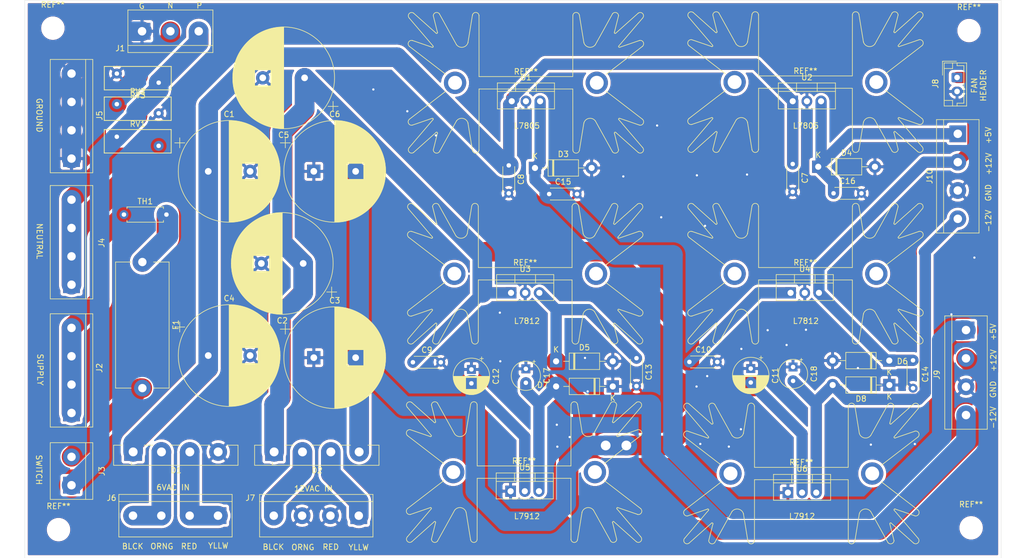
<source format=kicad_pcb>
(kicad_pcb (version 20171130) (host pcbnew "(5.1.10)-1")
  (layers (0 F.Cu signal) (31 B.Cu signal) (34 B.Paste user) (35 F.Paste user) (36 B.SilkS user) (37 F.SilkS user) (38 B.Mask user) (39 F.Mask user) (44 Edge.Cuts user))
  (net 0 "")
  (net 1 GND)
  (net 2 "Net-(C1-Pad1)")
  (net 3 "Net-(C10-Pad1)")
  (net 4 "Net-(C11-Pad2)")
  (net 5 "Net-(C13-Pad1)")
  (net 6 "Net-(C14-Pad1)")
  (net 7 "Net-(C15-Pad1)")
  (net 8 "Net-(C16-Pad1)")
  (net 9 "Net-(C17-Pad2)")
  (net 10 "Net-(C18-Pad2)")
  (net 11 "Net-(D1-Pad2)")
  (net 12 "Net-(D1-Pad3)")
  (net 13 "Net-(D2-Pad3)")
  (net 14 "Net-(D2-Pad2)")
  (net 15 "Net-(F1-Pad1)")
  (net 16 "Net-(F1-Pad2)")
  (net 17 "Net-(J1-Pad2)")
  (net 18 "Net-(J1-Pad3)")
  (net 19 "Net-(J2-Pad1)")
  (module Heatsink:Heatsink_Fischer_SK129-STS_42x25mm_2xDrill2.5mm (layer F.Cu) (at 109.48924 104.57942)
    (fp_text reference REF** (at 0 -2) (layer F.SilkS))
    (fp_text value Heatsink_Fischer_SK129-STS_42x25mm_2xDrill2.5mm)
    (pad 1 thru_hole circle (at 12.7 0) (size 4 4) (drill 2.5) (layers *.Cu *.Mask))
    (pad 1 thru_hole circle (at -12.7 0 180) (size 4 4) (drill 2.5) (layers *.Cu *.Mask))
  )
  (module TerminalBlock:TerminalBlock_bornier-4_P5.08mm (layer F.Cu) (at 79.8576 112.395 180)
    (fp_text reference J7 (at 19.44116 3.18516) (layer F.SilkS))
    (fp_text value "12V AC")
    (pad 2 thru_hole circle (at 5.08 0 180) (size 3 3) (drill 1.52) (layers *.Cu *.Mask) (net 1 GND))
    (pad 3 thru_hole circle (at 10.16 0 180) (size 3 3) (drill 1.52) (layers *.Cu *.Mask) (net 1 GND))
    (pad 1 thru_hole rect (at 0 0 180) (size 3 3) (drill 1.52) (layers *.Cu *.Mask) (net 13 "Net-(D2-Pad3)"))
    (pad 4 thru_hole circle (at 15.24 0 180) (size 3 3) (drill 1.52) (layers *.Cu *.Mask) (net 14 "Net-(D2-Pad2)"))
  )
  (module MountingHole:MountingHole_3.2mm_M3 (layer F.Cu) (at 189.2554 25.43048)
    (fp_text reference REF** (at 0 -4.2) (layer F.SilkS))
    (fp_text value MountingHole_3.2mm_M3)
    (pad 1 np_thru_hole circle (at 0 0) (size 3.2 3.2) (drill 3.2) (layers *.Cu *.Mask))
  )
  (module MountingHole:MountingHole_3.2mm_M3 (layer F.Cu) (at 189.63132 114.56924)
    (fp_text reference REF** (at 0 -4.2) (layer F.SilkS))
    (fp_text value MountingHole_3.2mm_M3)
    (pad 1 np_thru_hole circle (at 0 0) (size 3.2 3.2) (drill 3.2) (layers *.Cu *.Mask))
  )
  (module MountingHole:MountingHole_3.2mm_M3 (layer F.Cu) (at 26.035 114.89436)
    (fp_text reference REF** (at 0 -4.2) (layer F.SilkS))
    (fp_text value MountingHole_3.2mm_M3)
    (pad 1 np_thru_hole circle (at 0 0) (size 3.2 3.2) (drill 3.2) (layers *.Cu *.Mask))
  )
  (module MountingHole:MountingHole_3.2mm_M3 (layer F.Cu) (at 25.02408 24.99868)
    (fp_text reference REF** (at 0 -4.2) (layer F.SilkS))
    (fp_text value MountingHole_3.2mm_M3)
    (pad 1 np_thru_hole circle (at 0 0) (size 3.2 3.2) (drill 3.2) (layers *.Cu *.Mask))
  )
  (module Heatsink:Heatsink_Fischer_SK129-STS_42x25mm_2xDrill2.5mm (layer F.Cu) (at 159.19704 104.83342)
    (fp_text reference REF** (at 0 -2) (layer F.SilkS))
    (fp_text value Heatsink_Fischer_SK129-STS_42x25mm_2xDrill2.5mm)
    (pad 1 thru_hole circle (at -12.7 0 180) (size 4 4) (drill 2.5) (layers *.Cu *.Mask))
    (pad 1 thru_hole circle (at 12.7 0) (size 4 4) (drill 2.5) (layers *.Cu *.Mask))
  )
  (module Heatsink:Heatsink_Fischer_SK129-STS_42x25mm_2xDrill2.5mm (layer F.Cu) (at 159.93364 69.01942)
    (fp_text reference REF** (at 0 -2) (layer F.SilkS))
    (fp_text value Heatsink_Fischer_SK129-STS_42x25mm_2xDrill2.5mm)
    (pad 1 thru_hole circle (at 12.7 0) (size 4 4) (drill 2.5) (layers *.Cu *.Mask))
    (pad 1 thru_hole circle (at -12.7 0 180) (size 4 4) (drill 2.5) (layers *.Cu *.Mask))
  )
  (module Heatsink:Heatsink_Fischer_SK129-STS_42x25mm_2xDrill2.5mm (layer F.Cu) (at 109.69244 69.01942)
    (fp_text reference REF** (at 0 -2) (layer F.SilkS))
    (fp_text value Heatsink_Fischer_SK129-STS_42x25mm_2xDrill2.5mm)
    (pad 1 thru_hole circle (at -12.7 0 180) (size 4 4) (drill 2.5) (layers *.Cu *.Mask))
    (pad 1 thru_hole circle (at 12.7 0) (size 4 4) (drill 2.5) (layers *.Cu *.Mask))
  )
  (module Heatsink:Heatsink_Fischer_SK129-STS_42x25mm_2xDrill2.5mm (layer F.Cu) (at 159.93364 34.66592)
    (fp_text reference REF** (at 0 -2) (layer F.SilkS))
    (fp_text value Heatsink_Fischer_SK129-STS_42x25mm_2xDrill2.5mm)
    (pad 1 thru_hole circle (at 12.7 0) (size 4 4) (drill 2.5) (layers *.Cu *.Mask))
    (pad 1 thru_hole circle (at -12.7 0 180) (size 4 4) (drill 2.5) (layers *.Cu *.Mask))
  )
  (module Heatsink:Heatsink_Fischer_SK129-STS_42x25mm_2xDrill2.5mm (layer F.Cu) (at 109.81944 34.79292)
    (fp_text reference REF** (at 0 -2) (layer F.SilkS))
    (fp_text value Heatsink_Fischer_SK129-STS_42x25mm_2xDrill2.5mm)
    (pad 1 thru_hole circle (at -12.7 0 180) (size 4 4) (drill 2.5) (layers *.Cu *.Mask))
    (pad 1 thru_hole circle (at 12.7 0) (size 4 4) (drill 2.5) (layers *.Cu *.Mask))
  )
  (module Capacitor_THT:CP_Radial_D18.0mm_P7.50mm (layer F.Cu) (at 52.87264 50.66792)
    (fp_text reference C1 (at 3.75 -10.25) (layer F.SilkS))
    (fp_text value 10000uf)
    (pad 2 thru_hole circle (at 7.5 0) (size 2.4 2.4) (drill 1.2) (layers *.Cu *.Mask) (net 1 GND))
    (pad 1 thru_hole rect (at 0 0) (size 2.4 2.4) (drill 1.2) (layers *.Cu *.Mask) (net 2 "Net-(C1-Pad1)"))
  )
  (module Capacitor_THT:CP_Radial_D18.0mm_P7.50mm (layer F.Cu) (at 69.89064 67.17792 180)
    (fp_text reference C2 (at 3.75 -10.25) (layer F.SilkS))
    (fp_text value 10000uf)
    (pad 2 thru_hole circle (at 7.5 0 180) (size 2.4 2.4) (drill 1.2) (layers *.Cu *.Mask) (net 1 GND))
    (pad 1 thru_hole rect (at 0 0 180) (size 2.4 2.4) (drill 1.2) (layers *.Cu *.Mask) (net 3 "Net-(C10-Pad1)"))
  )
  (module Capacitor_THT:CP_Radial_D18.0mm_P7.50mm (layer F.Cu) (at 71.79564 84.06892)
    (fp_text reference C3 (at 3.75 -10.25) (layer F.SilkS))
    (fp_text value 10000uf)
    (pad 2 thru_hole circle (at 7.5 0) (size 2.4 2.4) (drill 1.2) (layers *.Cu *.Mask) (net 4 "Net-(C11-Pad2)"))
    (pad 1 thru_hole rect (at 0 0) (size 2.4 2.4) (drill 1.2) (layers *.Cu *.Mask) (net 1 GND))
  )
  (module Capacitor_THT:CP_Radial_D18.0mm_P7.50mm (layer F.Cu) (at 52.87264 83.68792)
    (fp_text reference C4 (at 3.75 -10.25) (layer F.SilkS))
    (fp_text value 10000uf)
    (pad 1 thru_hole rect (at 0 0) (size 2.4 2.4) (drill 1.2) (layers *.Cu *.Mask) (net 2 "Net-(C1-Pad1)"))
    (pad 2 thru_hole circle (at 7.5 0) (size 2.4 2.4) (drill 1.2) (layers *.Cu *.Mask) (net 1 GND))
  )
  (module Capacitor_THT:CP_Radial_D18.0mm_P7.50mm (layer F.Cu) (at 70.14464 33.90392 180)
    (fp_text reference C5 (at 3.75 -10.25) (layer F.SilkS))
    (fp_text value 10000uf)
    (pad 1 thru_hole rect (at 0 0 180) (size 2.4 2.4) (drill 1.2) (layers *.Cu *.Mask) (net 3 "Net-(C10-Pad1)"))
    (pad 2 thru_hole circle (at 7.5 0 180) (size 2.4 2.4) (drill 1.2) (layers *.Cu *.Mask) (net 1 GND))
  )
  (module Capacitor_THT:CP_Radial_D18.0mm_P7.50mm (layer F.Cu) (at 71.79564 50.66792)
    (fp_text reference C6 (at 3.75 -10.25) (layer F.SilkS))
    (fp_text value 10000uf)
    (pad 1 thru_hole rect (at 0 0) (size 2.4 2.4) (drill 1.2) (layers *.Cu *.Mask) (net 1 GND))
    (pad 2 thru_hole circle (at 7.5 0) (size 2.4 2.4) (drill 1.2) (layers *.Cu *.Mask) (net 4 "Net-(C11-Pad2)"))
  )
  (module Capacitor_THT:C_Disc_D4.3mm_W1.9mm_P5.00mm (layer F.Cu) (at 157.64764 49.35092 270)
    (fp_text reference C7 (at 2.5 -2.2 90) (layer F.SilkS))
    (fp_text value .33uf)
    (pad 2 thru_hole circle (at 5 0 270) (size 1.6 1.6) (drill 0.8) (layers *.Cu *.Mask) (net 1 GND))
    (pad 1 thru_hole circle (at 0 0 270) (size 1.6 1.6) (drill 0.8) (layers *.Cu *.Mask) (net 2 "Net-(C1-Pad1)"))
  )
  (module Capacitor_THT:C_Disc_D4.3mm_W1.9mm_P5.00mm (layer F.Cu) (at 106.74604 49.60112 270)
    (fp_text reference C8 (at 2.5 -2.2 90) (layer F.SilkS))
    (fp_text value .33uf)
    (pad 2 thru_hole circle (at 5 0 270) (size 1.6 1.6) (drill 0.8) (layers *.Cu *.Mask) (net 1 GND))
    (pad 1 thru_hole circle (at 0 0 270) (size 1.6 1.6) (drill 0.8) (layers *.Cu *.Mask) (net 2 "Net-(C1-Pad1)"))
  )
  (module Capacitor_THT:C_Disc_D4.3mm_W1.9mm_P5.00mm (layer F.Cu) (at 89.55912 84.89188)
    (fp_text reference C9 (at 2.5 -2.2) (layer F.SilkS))
    (fp_text value .33uf)
    (pad 1 thru_hole circle (at 0 0) (size 1.6 1.6) (drill 0.8) (layers *.Cu *.Mask) (net 3 "Net-(C10-Pad1)"))
    (pad 2 thru_hole circle (at 5 0) (size 1.6 1.6) (drill 0.8) (layers *.Cu *.Mask) (net 1 GND))
  )
  (module Capacitor_THT:C_Disc_D4.3mm_W1.9mm_P5.00mm (layer F.Cu) (at 139.12468 84.83346)
    (fp_text reference C10 (at 2.5 -2.2) (layer F.SilkS))
    (fp_text value .33uf)
    (pad 1 thru_hole circle (at 0 0) (size 1.6 1.6) (drill 0.8) (layers *.Cu *.Mask) (net 3 "Net-(C10-Pad1)"))
    (pad 2 thru_hole circle (at 5 0) (size 1.6 1.6) (drill 0.8) (layers *.Cu *.Mask) (net 1 GND))
  )
  (module Capacitor_THT:CP_Radial_D6.3mm_P2.50mm (layer F.Cu) (at 150.12416 86.01964 270)
    (fp_text reference C11 (at 1.25 -4.4 90) (layer F.SilkS))
    (fp_text value 2.2uf)
    (pad 1 thru_hole rect (at 0 0 270) (size 1.6 1.6) (drill 0.8) (layers *.Cu *.Mask) (net 1 GND))
    (pad 2 thru_hole circle (at 2.5 0 270) (size 1.6 1.6) (drill 0.8) (layers *.Cu *.Mask) (net 4 "Net-(C11-Pad2)"))
  )
  (module Capacitor_THT:CP_Radial_D6.3mm_P2.50mm (layer F.Cu) (at 100.04552 86.17204 270)
    (fp_text reference C12 (at 1.25 -4.4 90) (layer F.SilkS))
    (fp_text value 2.2uf)
    (pad 2 thru_hole circle (at 2.5 0 270) (size 1.6 1.6) (drill 0.8) (layers *.Cu *.Mask) (net 4 "Net-(C11-Pad2)"))
    (pad 1 thru_hole rect (at 0 0 270) (size 1.6 1.6) (drill 0.8) (layers *.Cu *.Mask) (net 1 GND))
  )
  (module Capacitor_THT:C_Disc_D4.3mm_W1.9mm_P5.00mm (layer F.Cu) (at 129.64414 84.16162 270)
    (fp_text reference C13 (at 2.5 -2.2 90) (layer F.SilkS))
    (fp_text value .1uf)
    (pad 2 thru_hole circle (at 5 0 270) (size 1.6 1.6) (drill 0.8) (layers *.Cu *.Mask) (net 1 GND))
    (pad 1 thru_hole circle (at 0 0 270) (size 1.6 1.6) (drill 0.8) (layers *.Cu *.Mask) (net 5 "Net-(C13-Pad1)"))
  )
  (module Capacitor_THT:C_Disc_D4.3mm_W1.9mm_P5.00mm (layer F.Cu) (at 179.21224 84.54262 270)
    (fp_text reference C14 (at 2.5 -2.2 90) (layer F.SilkS))
    (fp_text value .1uf)
    (pad 2 thru_hole circle (at 5 0 270) (size 1.6 1.6) (drill 0.8) (layers *.Cu *.Mask) (net 1 GND))
    (pad 1 thru_hole circle (at 0 0 270) (size 1.6 1.6) (drill 0.8) (layers *.Cu *.Mask) (net 6 "Net-(C14-Pad1)"))
  )
  (module Capacitor_THT:C_Disc_D4.3mm_W1.9mm_P5.00mm (layer F.Cu) (at 113.98884 54.73192)
    (fp_text reference C15 (at 2.5 -2.2) (layer F.SilkS))
    (fp_text value .1uf)
    (pad 1 thru_hole circle (at 0 0) (size 1.6 1.6) (drill 0.8) (layers *.Cu *.Mask) (net 7 "Net-(C15-Pad1)"))
    (pad 2 thru_hole circle (at 5 0) (size 1.6 1.6) (drill 0.8) (layers *.Cu *.Mask) (net 1 GND))
  )
  (module Capacitor_THT:C_Disc_D4.3mm_W1.9mm_P5.00mm (layer F.Cu) (at 164.96664 54.60492)
    (fp_text reference C16 (at 2.5 -2.2) (layer F.SilkS))
    (fp_text value .1uf)
    (pad 1 thru_hole circle (at 0 0) (size 1.6 1.6) (drill 0.8) (layers *.Cu *.Mask) (net 8 "Net-(C16-Pad1)"))
    (pad 2 thru_hole circle (at 5 0) (size 1.6 1.6) (drill 0.8) (layers *.Cu *.Mask) (net 1 GND))
  )
  (module Capacitor_THT:CP_Radial_Tantal_D5.0mm_P2.50mm (layer F.Cu) (at 109.80928 86.06536 270)
    (fp_text reference C17 (at 1.25 -3.75 90) (layer F.SilkS))
    (fp_text value 1uf)
    (pad 1 thru_hole rect (at 0 0 270) (size 1.6 1.6) (drill 0.8) (layers *.Cu *.Mask) (net 1 GND))
    (pad 2 thru_hole circle (at 2.5 0 270) (size 1.6 1.6) (drill 0.8) (layers *.Cu *.Mask) (net 9 "Net-(C17-Pad2)"))
  )
  (module Capacitor_THT:CP_Radial_Tantal_D5.0mm_P2.50mm (layer F.Cu) (at 157.7086 85.73516 270)
    (fp_text reference C18 (at 1.25 -3.75 90) (layer F.SilkS))
    (fp_text value 1uf)
    (pad 2 thru_hole circle (at 2.5 0 270) (size 1.6 1.6) (drill 0.8) (layers *.Cu *.Mask) (net 10 "Net-(C18-Pad2)"))
    (pad 1 thru_hole rect (at 0 0 270) (size 1.6 1.6) (drill 0.8) (layers *.Cu *.Mask) (net 1 GND))
  )
  (module Diode_THT:Diode_Bridge_Vishay_GBU (layer F.Cu) (at 39.41064 100.95992)
    (fp_text reference D1 (at 7.7 3.3 180) (layer F.SilkS))
    (fp_text value GBU8A)
    (pad 1 thru_hole rect (at 0 0) (size 3.2 3.2) (drill 1.6) (layers *.Cu *.Mask) (net 2 "Net-(C1-Pad1)"))
    (pad 2 thru_hole circle (at 5.08 0) (size 3.2 3.2) (drill 1.6) (layers *.Cu *.Mask) (net 11 "Net-(D1-Pad2)"))
    (pad 3 thru_hole circle (at 10.16 0) (size 3.2 3.2) (drill 1.6) (layers *.Cu *.Mask) (net 12 "Net-(D1-Pad3)"))
    (pad 4 thru_hole circle (at 15.24 0) (size 3.2 3.2) (drill 1.6) (layers *.Cu *.Mask) (net 1 GND))
  )
  (module Diode_THT:Diode_Bridge_Vishay_GBU (layer F.Cu) (at 64.68364 100.95992)
    (fp_text reference D2 (at 7.7 3.3 180) (layer F.SilkS))
    (fp_text value GBU8A)
    (pad 4 thru_hole circle (at 15.24 0) (size 3.2 3.2) (drill 1.6) (layers *.Cu *.Mask) (net 4 "Net-(C11-Pad2)"))
    (pad 3 thru_hole circle (at 10.16 0) (size 3.2 3.2) (drill 1.6) (layers *.Cu *.Mask) (net 13 "Net-(D2-Pad3)"))
    (pad 2 thru_hole circle (at 5.08 0) (size 3.2 3.2) (drill 1.6) (layers *.Cu *.Mask) (net 14 "Net-(D2-Pad2)"))
    (pad 1 thru_hole rect (at 0 0) (size 3.2 3.2) (drill 1.6) (layers *.Cu *.Mask) (net 3 "Net-(C10-Pad1)"))
  )
  (module Diode_THT:D_DO-41_SOD81_P10.16mm_Horizontal (layer F.Cu) (at 111.44504 50.05832)
    (fp_text reference D3 (at 5.08 -2.47) (layer F.SilkS))
    (fp_text value 1N4001)
    (fp_text user K (at 0 -2.1) (layer F.SilkS))
    (pad 1 thru_hole rect (at 0 0) (size 2.2 2.2) (drill 1.1) (layers *.Cu *.Mask) (net 7 "Net-(C15-Pad1)"))
    (pad 2 thru_hole oval (at 10.16 0) (size 2.2 2.2) (drill 1.1) (layers *.Cu *.Mask) (net 1 GND))
  )
  (module Diode_THT:D_DO-41_SOD81_P10.16mm_Horizontal (layer F.Cu) (at 162.21964 49.84242)
    (fp_text reference D4 (at 5.08 -2.47) (layer F.SilkS))
    (fp_text value 1N4001)
    (fp_text user K (at 0 -2.1) (layer F.SilkS))
    (pad 2 thru_hole oval (at 10.16 0) (size 2.2 2.2) (drill 1.1) (layers *.Cu *.Mask) (net 1 GND))
    (pad 1 thru_hole rect (at 0 0) (size 2.2 2.2) (drill 1.1) (layers *.Cu *.Mask) (net 8 "Net-(C16-Pad1)"))
  )
  (module Diode_THT:D_DO-41_SOD81_P10.16mm_Horizontal (layer F.Cu) (at 115.22964 84.71662)
    (fp_text reference D5 (at 5.08 -2.47) (layer F.SilkS))
    (fp_text value 1N4001)
    (fp_text user K (at 0 -2.1) (layer F.SilkS))
    (pad 2 thru_hole oval (at 10.16 0) (size 2.2 2.2) (drill 1.1) (layers *.Cu *.Mask) (net 1 GND))
    (pad 1 thru_hole rect (at 0 0) (size 2.2 2.2) (drill 1.1) (layers *.Cu *.Mask) (net 5 "Net-(C13-Pad1)"))
  )
  (module Diode_THT:D_DO-41_SOD81_P10.16mm_Horizontal (layer F.Cu) (at 174.95774 84.58962 180)
    (fp_text reference D6 (at -2.3495 -0.127) (layer F.SilkS))
    (fp_text value 1N4001)
    (fp_text user K (at 0 -2.1) (layer F.SilkS))
    (pad 1 thru_hole rect (at 0 0 180) (size 2.2 2.2) (drill 1.1) (layers *.Cu *.Mask) (net 6 "Net-(C14-Pad1)"))
    (pad 2 thru_hole oval (at 10.16 0 180) (size 2.2 2.2) (drill 1.1) (layers *.Cu *.Mask) (net 1 GND))
  )
  (module Diode_THT:D_DO-41_SOD81_P10.16mm_Horizontal (layer F.Cu) (at 125.38964 89.22512 180)
    (fp_text reference D7 (at 12.573 0.254) (layer F.SilkS))
    (fp_text value 1N4001)
    (fp_text user K (at 0 -2.1) (layer F.SilkS))
    (pad 2 thru_hole oval (at 10.16 0 180) (size 2.2 2.2) (drill 1.1) (layers *.Cu *.Mask) (net 9 "Net-(C17-Pad2)"))
    (pad 1 thru_hole rect (at 0 0 180) (size 2.2 2.2) (drill 1.1) (layers *.Cu *.Mask) (net 1 GND))
  )
  (module Diode_THT:D_DO-41_SOD81_P10.16mm_Horizontal (layer F.Cu) (at 174.97044 88.97112 180)
    (fp_text reference D8 (at 5.08 -2.47) (layer F.SilkS))
    (fp_text value 1N4001)
    (fp_text user K (at 0 -2.1) (layer F.SilkS))
    (pad 1 thru_hole rect (at 0 0 180) (size 2.2 2.2) (drill 1.1) (layers *.Cu *.Mask) (net 1 GND))
    (pad 2 thru_hole oval (at 10.16 0 180) (size 2.2 2.2) (drill 1.1) (layers *.Cu *.Mask) (net 10 "Net-(C18-Pad2)"))
  )
  (module Fuse:Fuseholder_Cylinder-5x20mm_Stelvio-Kontek_PTF78_Horizontal_Open (layer F.Cu) (at 41.06164 66.92392 270)
    (fp_text reference F1 (at 11.25 -6 90) (layer F.SilkS))
    (fp_text value Fuse)
    (pad 1 thru_hole circle (at 0 0 270) (size 3 3) (drill 1.5) (layers *.Cu *.Mask) (net 15 "Net-(F1-Pad1)"))
    (pad 2 thru_hole circle (at 22.6 0 270) (size 3 3) (drill 1.5) (layers *.Cu *.Mask) (net 16 "Net-(F1-Pad2)"))
  )
  (module TerminalBlock:TerminalBlock_bornier-3_P5.08mm (layer F.Cu) (at 41.00576 25.55494)
    (fp_text reference J1 (at -3.90652 3.05562) (layer F.SilkS))
    (fp_text value "120V Input")
    (pad 1 thru_hole rect (at 0 0) (size 3 3) (drill 1.52) (layers *.Cu *.Mask) (net 1 GND))
    (pad 2 thru_hole circle (at 5.08 0) (size 3 3) (drill 1.52) (layers *.Cu *.Mask) (net 17 "Net-(J1-Pad2)"))
    (pad 3 thru_hole circle (at 10.16 0) (size 3 3) (drill 1.52) (layers *.Cu *.Mask) (net 18 "Net-(J1-Pad3)"))
  )
  (module TerminalBlock:TerminalBlock_bornier-4_P5.08mm (layer F.Cu) (at 28.36164 93.97492 90)
    (fp_text reference J2 (at 8.06196 4.99872 270) (layer F.SilkS))
    (fp_text value Supply)
    (pad 2 thru_hole circle (at 5.08 0 90) (size 3 3) (drill 1.52) (layers *.Cu *.Mask) (net 19 "Net-(J2-Pad1)"))
    (pad 3 thru_hole circle (at 10.16 0 90) (size 3 3) (drill 1.52) (layers *.Cu *.Mask) (net 19 "Net-(J2-Pad1)"))
    (pad 1 thru_hole rect (at 0 0 90) (size 3 3) (drill 1.52) (layers *.Cu *.Mask) (net 19 "Net-(J2-Pad1)"))
    (pad 4 thru_hole circle (at 15.24 0 90) (size 3 3) (drill 1.52) (layers *.Cu *.Mask) (net 19 "Net-(J2-Pad1)"))
  )
  (module TerminalBlock:TerminalBlock_bornier-2_P5.08mm (layer F.Cu) (at 28.36164 106.92892 90)
    (fp_text reference J3 (at 2.51968 5.4356 90) (layer F.SilkS))
    (fp_text value switch)
    (pad 1 thru_hole rect (at 0 0 90) (size 3 3) (drill 1.52) (layers *.Cu *.Mask) (net 18 "Net-(J1-Pad3)"))
    (pad 2 thru_hole circle (at 5.08 0 90) (size 3 3) (drill 1.52) (layers *.Cu *.Mask) (net 16 "Net-(F1-Pad2)"))
  )
  (module TerminalBlock:TerminalBlock_bornier-4_P5.08mm (layer F.Cu) (at 28.36164 70.98792 90)
    (fp_text reference J4 (at 7.51332 5.39496 90) (layer F.SilkS))
    (fp_text value Neutral)
    (pad 4 thru_hole circle (at 15.24 0 90) (size 3 3) (drill 1.52) (layers *.Cu *.Mask) (net 17 "Net-(J1-Pad2)"))
    (pad 1 thru_hole rect (at 0 0 90) (size 3 3) (drill 1.52) (layers *.Cu *.Mask) (net 17 "Net-(J1-Pad2)"))
    (pad 3 thru_hole circle (at 10.16 0 90) (size 3 3) (drill 1.52) (layers *.Cu *.Mask) (net 17 "Net-(J1-Pad2)"))
    (pad 2 thru_hole circle (at 5.08 0 90) (size 3 3) (drill 1.52) (layers *.Cu *.Mask) (net 17 "Net-(J1-Pad2)"))
  )
  (module TerminalBlock:TerminalBlock_bornier-4_P5.08mm (layer F.Cu) (at 28.36164 48.38192 90)
    (fp_text reference J5 (at 7.71652 5.01904 90) (layer F.SilkS))
    (fp_text value Ground)
    (pad 2 thru_hole circle (at 5.08 0 90) (size 3 3) (drill 1.52) (layers *.Cu *.Mask) (net 1 GND))
    (pad 3 thru_hole circle (at 10.16 0 90) (size 3 3) (drill 1.52) (layers *.Cu *.Mask) (net 1 GND))
    (pad 1 thru_hole rect (at 0 0 90) (size 3 3) (drill 1.52) (layers *.Cu *.Mask) (net 1 GND))
    (pad 4 thru_hole circle (at 15.24 0 90) (size 3 3) (drill 1.52) (layers *.Cu *.Mask) (net 1 GND))
  )
  (module TerminalBlock:TerminalBlock_bornier-4_P5.08mm (layer F.Cu) (at 54.62016 112.38992 180)
    (fp_text reference J6 (at 19.08556 3.16992) (layer F.SilkS))
    (fp_text value "6V AC")
    (pad 4 thru_hole circle (at 15.24 0 180) (size 3 3) (drill 1.52) (layers *.Cu *.Mask) (net 11 "Net-(D1-Pad2)"))
    (pad 1 thru_hole rect (at 0 0 180) (size 3 3) (drill 1.52) (layers *.Cu *.Mask) (net 12 "Net-(D1-Pad3)"))
    (pad 3 thru_hole circle (at 10.16 0 180) (size 3 3) (drill 1.52) (layers *.Cu *.Mask) (net 11 "Net-(D1-Pad2)"))
    (pad 2 thru_hole circle (at 5.08 0 180) (size 3 3) (drill 1.52) (layers *.Cu *.Mask) (net 12 "Net-(D1-Pad3)"))
  )
  (module Connector_JST:JST_EH_B2B-EH-A_1x02_P2.50mm_Vertical (layer F.Cu) (at 187.11164 33.84042 270)
    (fp_text reference J8 (at 1.11506 3.8862 90) (layer F.SilkS))
    (fp_text value Conn_01x02_Male)
    (pad 1 thru_hole roundrect (at 0 0 270) (size 1.7 2) (drill 1) (layers *.Cu *.Mask) (roundrect_rratio 0.1470588235294118) (net 6 "Net-(C14-Pad1)"))
    (pad 2 thru_hole oval (at 2.5 0 270) (size 1.7 2) (drill 1) (layers *.Cu *.Mask) (net 1 GND))
  )
  (module TerminalBlock:TerminalBlock_bornier-4_P5.08mm (layer F.Cu) (at 188.71184 79.11592 270)
    (fp_text reference J9 (at 8.01624 5.22732 90) (layer F.SilkS))
    (fp_text value "5V AC")
    (pad 2 thru_hole circle (at 5.08 0 270) (size 3 3) (drill 1.52) (layers *.Cu *.Mask) (net 5 "Net-(C13-Pad1)"))
    (pad 3 thru_hole circle (at 10.16 0 270) (size 3 3) (drill 1.52) (layers *.Cu *.Mask) (net 1 GND))
    (pad 1 thru_hole rect (at 0 0 270) (size 3 3) (drill 1.52) (layers *.Cu *.Mask) (net 7 "Net-(C15-Pad1)"))
    (pad 4 thru_hole circle (at 15.24 0 270) (size 3 3) (drill 1.52) (layers *.Cu *.Mask) (net 9 "Net-(C17-Pad2)"))
  )
  (module TerminalBlock:TerminalBlock_bornier-4_P5.08mm (layer F.Cu) (at 187.23864 43.93692 270)
    (fp_text reference J10 (at 7.6454 5.0546 90) (layer F.SilkS))
    (fp_text value "5V AC")
    (pad 4 thru_hole circle (at 15.24 0 270) (size 3 3) (drill 1.52) (layers *.Cu *.Mask) (net 10 "Net-(C18-Pad2)"))
    (pad 1 thru_hole rect (at 0 0 270) (size 3 3) (drill 1.52) (layers *.Cu *.Mask) (net 8 "Net-(C16-Pad1)"))
    (pad 3 thru_hole circle (at 10.16 0 270) (size 3 3) (drill 1.52) (layers *.Cu *.Mask) (net 1 GND))
    (pad 2 thru_hole circle (at 5.08 0 270) (size 3 3) (drill 1.52) (layers *.Cu *.Mask) (net 6 "Net-(C14-Pad1)"))
  )
  (module Varistor:RV_Disc_D12mm_W4.2mm_P7.5mm (layer F.Cu) (at 43.98264 46.09592 180)
    (fp_text reference RV1 (at 3.75 3.91667) (layer F.SilkS))
    (fp_text value Varistor)
    (pad 2 thru_hole circle (at 7.5 1.63333 180) (size 1.8 1.8) (drill 0.8) (layers *.Cu *.Mask) (net 18 "Net-(J1-Pad3)"))
    (pad 1 thru_hole circle (at 0 0 180) (size 1.8 1.8) (drill 0.8) (layers *.Cu *.Mask) (net 17 "Net-(J1-Pad2)"))
  )
  (module Varistor:RV_Disc_D12mm_W4.2mm_P7.5mm (layer F.Cu) (at 43.98264 40.25392 180)
    (fp_text reference RV2 (at 3.75 3.91667) (layer F.SilkS))
    (fp_text value Varistor)
    (pad 1 thru_hole circle (at 0 0 180) (size 1.8 1.8) (drill 0.8) (layers *.Cu *.Mask) (net 1 GND))
    (pad 2 thru_hole circle (at 7.5 1.63333 180) (size 1.8 1.8) (drill 0.8) (layers *.Cu *.Mask) (net 17 "Net-(J1-Pad2)"))
  )
  (module Varistor:RV_Disc_D12mm_W4.2mm_P7.5mm (layer F.Cu) (at 36.48964 33.14192)
    (fp_text reference RV3 (at 3.75 3.91667) (layer F.SilkS))
    (fp_text value Varistor)
    (pad 1 thru_hole circle (at 0 0) (size 1.8 1.8) (drill 0.8) (layers *.Cu *.Mask) (net 1 GND))
    (pad 2 thru_hole circle (at 7.5 1.63333) (size 1.8 1.8) (drill 0.8) (layers *.Cu *.Mask) (net 18 "Net-(J1-Pad3)"))
  )
  (module Resistor_THT:R_Axial_DIN0207_L6.3mm_D2.5mm_P7.62mm_Horizontal (layer F.Cu) (at 37.75964 58.41492)
    (fp_text reference TH1 (at 3.81 -2.37) (layer F.SilkS))
    (fp_text value Thermistor_NTC)
    (pad 1 thru_hole circle (at 0 0) (size 1.6 1.6) (drill 0.8) (layers *.Cu *.Mask) (net 19 "Net-(J2-Pad1)"))
    (pad 2 thru_hole oval (at 7.62 0) (size 1.6 1.6) (drill 0.8) (layers *.Cu *.Mask) (net 15 "Net-(F1-Pad1)"))
  )
  (module Package_TO_SOT_THT:TO-220-3_Vertical (layer F.Cu) (at 107.27944 38.09492)
    (fp_text reference U1 (at 2.54 -4.27) (layer F.SilkS))
    (fp_text value L7805)
    (pad 3 thru_hole oval (at 5.08 0) (size 1.905 2) (drill 1.1) (layers *.Cu *.Mask) (net 7 "Net-(C15-Pad1)"))
    (pad 2 thru_hole oval (at 2.54 0) (size 1.905 2) (drill 1.1) (layers *.Cu *.Mask) (net 1 GND))
    (pad 1 thru_hole rect (at 0 0) (size 1.905 2) (drill 1.1) (layers *.Cu *.Mask) (net 2 "Net-(C1-Pad1)"))
  )
  (module Package_TO_SOT_THT:TO-220-3_Vertical (layer F.Cu) (at 157.64764 38.09492)
    (fp_text reference U2 (at 2.54 -4.27) (layer F.SilkS))
    (fp_text value L7805)
    (pad 3 thru_hole oval (at 5.08 0) (size 1.905 2) (drill 1.1) (layers *.Cu *.Mask) (net 8 "Net-(C16-Pad1)"))
    (pad 2 thru_hole oval (at 2.54 0) (size 1.905 2) (drill 1.1) (layers *.Cu *.Mask) (net 1 GND))
    (pad 1 thru_hole rect (at 0 0) (size 1.905 2) (drill 1.1) (layers *.Cu *.Mask) (net 2 "Net-(C1-Pad1)"))
  )
  (module Package_TO_SOT_THT:TO-220-3_Vertical (layer F.Cu) (at 107.15244 72.44842)
    (fp_text reference U3 (at 2.54 -4.27) (layer F.SilkS))
    (fp_text value L7812)
    (pad 1 thru_hole rect (at 0 0) (size 1.905 2) (drill 1.1) (layers *.Cu *.Mask) (net 3 "Net-(C10-Pad1)"))
    (pad 2 thru_hole oval (at 2.54 0) (size 1.905 2) (drill 1.1) (layers *.Cu *.Mask) (net 1 GND))
    (pad 3 thru_hole oval (at 5.08 0) (size 1.905 2) (drill 1.1) (layers *.Cu *.Mask) (net 5 "Net-(C13-Pad1)"))
  )
  (module Package_TO_SOT_THT:TO-220-3_Vertical (layer F.Cu) (at 157.26664 72.44842)
    (fp_text reference U4 (at 2.54 -4.27) (layer F.SilkS))
    (fp_text value L7812)
    (pad 1 thru_hole rect (at 0 0) (size 1.905 2) (drill 1.1) (layers *.Cu *.Mask) (net 3 "Net-(C10-Pad1)"))
    (pad 2 thru_hole oval (at 2.54 0) (size 1.905 2) (drill 1.1) (layers *.Cu *.Mask) (net 1 GND))
    (pad 3 thru_hole oval (at 5.08 0) (size 1.905 2) (drill 1.1) (layers *.Cu *.Mask) (net 6 "Net-(C14-Pad1)"))
  )
  (module Package_TO_SOT_THT:TO-220-3_Vertical (layer F.Cu) (at 107.07624 108.00842)
    (fp_text reference U5 (at 2.54 -4.27) (layer F.SilkS))
    (fp_text value L7912)
    (pad 3 thru_hole oval (at 5.08 0) (size 1.905 2) (drill 1.1) (layers *.Cu *.Mask) (net 9 "Net-(C17-Pad2)"))
    (pad 2 thru_hole oval (at 2.54 0) (size 1.905 2) (drill 1.1) (layers *.Cu *.Mask) (net 4 "Net-(C11-Pad2)"))
    (pad 1 thru_hole rect (at 0 0) (size 1.905 2) (drill 1.1) (layers *.Cu *.Mask) (net 1 GND))
  )
  (module Package_TO_SOT_THT:TO-220-3_Vertical (layer F.Cu) (at 156.78404 108.26242)
    (fp_text reference U6 (at 2.54 -4.27) (layer F.SilkS))
    (fp_text value L7912)
    (pad 1 thru_hole rect (at 0 0) (size 1.905 2) (drill 1.1) (layers *.Cu *.Mask) (net 1 GND))
    (pad 2 thru_hole oval (at 2.54 0) (size 1.905 2) (drill 1.1) (layers *.Cu *.Mask) (net 4 "Net-(C11-Pad2)"))
    (pad 3 thru_hole oval (at 5.08 0) (size 1.905 2) (drill 1.1) (layers *.Cu *.Mask) (net 10 "Net-(C18-Pad2)"))
  )
  (gr_text L7805 (at 160 42.5) (layer F.SilkS) (effects (font (size 1 1))))
  (gr_text L7805 (at 110 42.5) (layer F.SilkS) (effects (font (size 1 1))))
  (gr_text L7812 (at 160 77.5) (layer F.SilkS) (effects (font (size 1 1))))
  (gr_text L7812 (at 110 77.5) (layer F.SilkS) (effects (font (size 1 1))))
  (gr_text L7912 (at 159.31388 112.5) (layer F.SilkS) (effects (font (size 1 1))))
  (gr_text L7912 (at 110 112.5) (layer F.SilkS) (effects (font (size 1 1))))
  (gr_text "FAN\nHEADER" (at 191.008 35.27552 90) (layer F.SilkS) (effects (font (size 1 1))))
  (gr_text +12V (at 192.77584 49.33188 90) (layer F.SilkS) (effects (font (size 1 1))))
  (gr_text GND (at 192.71996 54.50332 90) (layer F.SilkS) (effects (font (size 1 1))))
  (gr_text -12V (at 192.71996 59.55792 90) (layer F.SilkS) (effects (font (size 1 1))))
  (gr_text +5V (at 192.71996 44.21632 90) (layer F.SilkS) (effects (font (size 1 1))))
  (gr_text +5V (at 193.58356 79.46644 90) (layer F.SilkS) (effects (font (size 1 1))))
  (gr_text GND (at 193.58356 89.75344 90) (layer F.SilkS) (effects (font (size 1 1))))
  (gr_text +12V (at 193.63944 84.582 90) (layer F.SilkS) (effects (font (size 1 1))))
  (gr_text -12V (at 193.58356 94.80804 90) (layer F.SilkS) (effects (font (size 1 1))))
  (gr_text YLLW (at 54.67096 117.76964) (layer F.SilkS) (effects (font (size 1 1))))
  (gr_text RED (at 49.44364 117.88648) (layer F.SilkS) (effects (font (size 1 1))))
  (gr_text ORNG (at 44.55668 117.88648) (layer F.SilkS) (effects (font (size 1 1))))
  (gr_text BLCK (at 39.32936 117.88648) (layer F.SilkS) (effects (font (size 1 1))))
  (gr_text YLLW (at 79.8322 118.0592) (layer F.SilkS) (effects (font (size 1 1))))
  (gr_text ORNG (at 69.83476 118.0592) (layer F.SilkS) (effects (font (size 1 1))))
  (gr_text RED (at 74.83348 118.00332) (layer F.SilkS) (effects (font (size 1 1))))
  (gr_text BLCK (at 64.55156 118.00332) (layer F.SilkS) (effects (font (size 1 1))))
  (gr_text "12VAC IN" (at 71.7296 107.5436) (layer F.SilkS) (effects (font (size 1 1))))
  (gr_text "6VAC IN" (at 46.56836 107.32516) (layer F.SilkS) (effects (font (size 1 1))))
  (gr_text SWITCH (at 22.51456 104.17556 270) (layer F.SilkS) (effects (font (size 1 1))))
  (gr_text GROUND (at 22.58568 40.60952 270) (layer F.SilkS) (effects (font (size 1 1))))
  (gr_text NEUTRAL (at 22.6314 63.1952 270) (layer F.SilkS) (effects (font (size 1 1))))
  (gr_text SUPPLY (at 22.74824 86.2076 270) (layer F.SilkS) (effects (font (size 1 1))))
  (gr_text G (at 40.9448 21.01596) (layer F.SilkS) (effects (font (size 1 1))))
  (gr_text N (at 46.07052 20.94992) (layer F.SilkS) (effects (font (size 1 1))))
  (gr_text P (at 51.26736 20.94992) (layer F.SilkS) (effects (font (size 1 1))))
  (gr_line (start 195 20) (end 195 120) (layer Edge.Cuts) (width 0.05))
  (gr_line (start 195 120) (end 20 120) (layer Edge.Cuts) (width 0.05))
  (gr_line (start 20 20) (end 20 120) (layer Edge.Cuts) (width 0.05))
  (gr_line (start 20 20) (end 195 20) (layer Edge.Cuts) (width 0.05))
  (segment (start 35.94862 25.55494) (end 28.36164 33.14192) (width 3.5) (layer F.Cu) (net 1))
  (segment (start 41.00576 25.55494) (end 35.94862 25.55494) (width 3.5) (layer F.Cu) (net 1))
  (segment (start 28.36164 33.14192) (end 28.36164 48.38192) (width 3.5) (layer F.Cu) (net 1))
  (via (at 88.55964 39.89324) (size 0.8) (drill 0.4) (layers F.Cu B.Cu) (net 1))
  (via (at 93.68028 44.22648) (size 0.8) (drill 0.4) (layers F.Cu B.Cu) (net 1))
  (via (at 82.46872 35.98672) (size 0.8) (drill 0.4) (layers F.Cu B.Cu) (net 1))
  (via (at 127.2794 51.57724) (size 0.8) (drill 0.4) (layers F.Cu B.Cu) (net 1))
  (via (at 140.46708 51.37912) (size 0.8) (drill 0.4) (layers F.Cu B.Cu) (net 1))
  (via (at 149.45868 51.24196) (size 0.8) (drill 0.4) (layers F.Cu B.Cu) (net 1))
  (via (at 141.9352 60.43676) (size 0.8) (drill 0.4) (layers F.Cu B.Cu) (net 1))
  (via (at 134.07644 58.9026) (size 0.8) (drill 0.4) (layers F.Cu B.Cu) (net 1))
  (via (at 133.33984 42.45356) (size 0.8) (drill 0.4) (layers F.Cu B.Cu) (net 1))
  (via (at 148.35632 96.89592) (size 0.8) (drill 0.4) (layers F.Cu B.Cu) (net 1))
  (via (at 141.08176 99.53244) (size 0.8) (drill 0.4) (layers F.Cu B.Cu) (net 1))
  (via (at 146.19732 100.01504) (size 0.8) (drill 0.4) (layers F.Cu B.Cu) (net 1))
  (via (at 142.3162 87.37092) (size 0.8) (drill 0.4) (layers F.Cu B.Cu) (net 1))
  (via (at 140.40612 89.24036) (size 0.8) (drill 0.4) (layers F.Cu B.Cu) (net 1))
  (via (at 153.15692 79.14132) (size 0.8) (drill 0.4) (layers F.Cu B.Cu) (net 1))
  (via (at 160.02 79.06512) (size 0.8) (drill 0.4) (layers F.Cu B.Cu) (net 1))
  (via (at 156.55036 81.79308) (size 0.8) (drill 0.4) (layers F.Cu B.Cu) (net 1))
  (via (at 169.33672 85.9282) (size 0.8) (drill 0.4) (layers F.Cu B.Cu) (net 1))
  (via (at 148.4376 82.49412) (size 0.8) (drill 0.4) (layers F.Cu B.Cu) (net 1))
  (via (at 120.41124 84.11464) (size 0.8) (drill 0.4) (layers F.Cu B.Cu) (net 1))
  (via (at 120.88876 90.10904) (size 0.8) (drill 0.4) (layers F.Cu B.Cu) (net 1))
  (via (at 105.14584 76.00188) (size 0.8) (drill 0.4) (layers F.Cu B.Cu) (net 1))
  (via (at 105.22712 84.71408) (size 0.8) (drill 0.4) (layers F.Cu B.Cu) (net 1))
  (via (at 115.35664 96.09328) (size 0.8) (drill 0.4) (layers F.Cu B.Cu) (net 1))
  (via (at 117.66296 98.298) (size 0.8) (drill 0.4) (layers F.Cu B.Cu) (net 1))
  (via (at 115.45316 100.0252) (size 0.8) (drill 0.4) (layers F.Cu B.Cu) (net 1))
  (via (at 179.53736 99.5426) (size 0.8) (drill 0.4) (layers F.Cu B.Cu) (net 1))
  (via (at 171.65828 99.65944) (size 0.8) (drill 0.4) (layers F.Cu B.Cu) (net 1))
  (via (at 186.09564 76.3016) (size 0.8) (drill 0.4) (layers F.Cu B.Cu) (net 1))
  (via (at 190.21552 66.13144) (size 0.8) (drill 0.4) (layers F.Cu B.Cu) (net 1))
  (segment (start 35.94862 25.55494) (end 28.36164 33.14192) (width 3.5) (layer B.Cu) (net 1))
  (segment (start 41.00576 25.55494) (end 35.94862 25.55494) (width 3.5) (layer B.Cu) (net 1))
  (segment (start 28.36164 33.14192) (end 28.36164 48.38192) (width 3.5) (layer B.Cu) (net 1))
  (segment (start 39.41064 100.95992) (end 39.41064 99.46132) (width 3.5) (layer F.Cu) (net 2))
  (segment (start 52.87264 85.99932) (end 52.87264 83.68792) (width 3.5) (layer F.Cu) (net 2))
  (segment (start 39.41064 99.46132) (end 52.87264 85.99932) (width 3.5) (layer F.Cu) (net 2))
  (segment (start 52.87264 83.68792) (end 52.87264 50.66792) (width 3.5) (layer F.Cu) (net 2))
  (segment (start 106.081638 49.60112) (end 106.74604 49.60112) (width 3.5) (layer F.Cu) (net 2))
  (segment (start 86.684428 30.20391) (end 106.081638 49.60112) (width 3.5) (layer F.Cu) (net 2))
  (segment (start 61.682648 30.20391) (end 86.684428 30.20391) (width 3.5) (layer F.Cu) (net 2))
  (segment (start 52.87264 39.013918) (end 61.682648 30.20391) (width 3.5) (layer F.Cu) (net 2))
  (segment (start 52.87264 50.66792) (end 52.87264 39.013918) (width 3.5) (layer F.Cu) (net 2))
  (segment (start 106.74604 38.62832) (end 107.27944 38.09492) (width 2) (layer F.Cu) (net 2))
  (segment (start 106.74604 49.60112) (end 106.74604 38.62832) (width 2) (layer F.Cu) (net 2))
  (segment (start 106.74604 38.62832) (end 107.27944 38.09492) (width 2) (layer B.Cu) (net 2))
  (segment (start 106.74604 49.60112) (end 106.74604 38.62832) (width 2) (layer B.Cu) (net 2))
  (segment (start 113.356833 31.465919) (end 151.018639 31.465919) (width 2) (layer B.Cu) (net 2))
  (segment (start 107.66693 37.155822) (end 113.356833 31.465919) (width 2) (layer B.Cu) (net 2))
  (segment (start 151.018639 31.465919) (end 157.64764 38.09492) (width 2) (layer B.Cu) (net 2))
  (segment (start 107.66693 37.70743) (end 107.66693 37.155822) (width 2) (layer B.Cu) (net 2))
  (segment (start 107.27944 38.09492) (end 107.66693 37.70743) (width 2) (layer B.Cu) (net 2))
  (segment (start 151.018639 31.465919) (end 157.64764 38.09492) (width 2) (layer F.Cu) (net 2))
  (segment (start 113.356833 31.465919) (end 151.018639 31.465919) (width 2) (layer F.Cu) (net 2))
  (segment (start 107.27944 37.543312) (end 113.356833 31.465919) (width 2) (layer F.Cu) (net 2))
  (segment (start 107.27944 38.09492) (end 107.27944 37.543312) (width 2) (layer F.Cu) (net 2))
  (segment (start 157.64764 49.35092) (end 157.64764 38.09492) (width 2) (layer F.Cu) (net 2))
  (segment (start 157.64764 49.35092) (end 157.64764 38.09492) (width 2) (layer B.Cu) (net 2))
  (segment (start 39.41064 100.95992) (end 39.41064 99.40036) (width 3.5) (layer B.Cu) (net 2))
  (segment (start 52.87264 85.93836) (end 52.87264 83.68792) (width 3.5) (layer B.Cu) (net 2))
  (segment (start 39.41064 99.40036) (end 52.87264 85.93836) (width 3.5) (layer B.Cu) (net 2))
  (segment (start 52.87264 39.013918) (end 61.685958 30.2006) (width 3.5) (layer B.Cu) (net 2))
  (segment (start 52.87264 83.68792) (end 52.87264 39.013918) (width 3.5) (layer B.Cu) (net 2))
  (segment (start 106.081638 49.60112) (end 106.74604 49.60112) (width 3.5) (layer B.Cu) (net 2))
  (segment (start 86.681118 30.2006) (end 106.081638 49.60112) (width 3.5) (layer B.Cu) (net 2))
  (segment (start 61.685958 30.2006) (end 86.681118 30.2006) (width 3.5) (layer B.Cu) (net 2))
  (segment (start 70.14464 33.90392) (end 70.14464 39.72052) (width 3.5) (layer F.Cu) (net 3))
  (segment (start 70.14464 39.72052) (end 66.20764 43.65752) (width 3.5) (layer F.Cu) (net 3))
  (segment (start 66.20764 63.49492) (end 69.89064 67.17792) (width 3.5) (layer F.Cu) (net 3))
  (segment (start 66.20764 43.65752) (end 66.20764 63.49492) (width 3.5) (layer F.Cu) (net 3))
  (segment (start 69.89064 67.17792) (end 69.89064 72.38492) (width 3.5) (layer F.Cu) (net 3))
  (segment (start 69.89064 72.38492) (end 65.90284 76.37272) (width 3.5) (layer F.Cu) (net 3))
  (segment (start 65.90284 76.37272) (end 65.90284 91.20632) (width 3.5) (layer F.Cu) (net 3))
  (segment (start 64.68364 92.42552) (end 64.68364 100.95992) (width 3.5) (layer F.Cu) (net 3))
  (segment (start 65.90284 91.20632) (end 64.68364 92.42552) (width 3.5) (layer F.Cu) (net 3))
  (segment (start 151.50972 72.44842) (end 139.12468 84.83346) (width 2) (layer F.Cu) (net 3))
  (segment (start 157.26664 72.44842) (end 151.50972 72.44842) (width 2) (layer F.Cu) (net 3))
  (segment (start 151.50972 72.44842) (end 139.12468 84.83346) (width 2) (layer B.Cu) (net 3))
  (segment (start 157.26664 72.44842) (end 151.50972 72.44842) (width 2) (layer B.Cu) (net 3))
  (segment (start 102.00258 72.44842) (end 89.55912 84.89188) (width 2) (layer B.Cu) (net 3))
  (segment (start 107.15244 72.44842) (end 102.00258 72.44842) (width 2) (layer B.Cu) (net 3))
  (segment (start 102.00258 72.44842) (end 89.55912 84.89188) (width 2) (layer F.Cu) (net 3))
  (segment (start 107.15244 72.44842) (end 102.00258 72.44842) (width 2) (layer F.Cu) (net 3))
  (segment (start 102.00258 65.76186) (end 102.00258 72.44842) (width 3.5) (layer F.Cu) (net 3))
  (segment (start 70.14464 33.90392) (end 102.00258 65.76186) (width 3.5) (layer F.Cu) (net 3))
  (segment (start 124.288441 65.069419) (end 102.695021 65.069419) (width 3.5) (layer F.Cu) (net 3))
  (segment (start 102.695021 65.069419) (end 102.00258 65.76186) (width 3.5) (layer F.Cu) (net 3))
  (segment (start 139.12468 79.905658) (end 124.288441 65.069419) (width 3.5) (layer F.Cu) (net 3))
  (segment (start 139.12468 84.83346) (end 139.12468 79.905658) (width 3.5) (layer F.Cu) (net 3))
  (segment (start 64.68364 100.95992) (end 64.68364 92.4814) (width 3.5) (layer B.Cu) (net 3))
  (segment (start 64.68364 92.4814) (end 65.73012 91.43492) (width 3.5) (layer B.Cu) (net 3))
  (segment (start 65.73012 91.43492) (end 65.73012 76.61656) (width 3.5) (layer B.Cu) (net 3))
  (segment (start 69.89064 72.45604) (end 69.89064 67.17792) (width 3.5) (layer B.Cu) (net 3))
  (segment (start 65.73012 76.61656) (end 69.89064 72.45604) (width 3.5) (layer B.Cu) (net 3))
  (segment (start 69.89064 67.17792) (end 66.12128 63.40856) (width 3.5) (layer B.Cu) (net 3))
  (segment (start 66.12128 63.40856) (end 66.12128 43.44924) (width 3.5) (layer B.Cu) (net 3))
  (segment (start 70.14464 39.42588) (end 70.14464 33.90392) (width 3.5) (layer B.Cu) (net 3))
  (segment (start 66.12128 43.44924) (end 70.14464 39.42588) (width 3.5) (layer B.Cu) (net 3))
  (segment (start 102.00258 65.76186) (end 102.00258 72.44842) (width 3.5) (layer B.Cu) (net 3))
  (segment (start 70.14464 33.90392) (end 102.00258 65.76186) (width 3.5) (layer B.Cu) (net 3))
  (segment (start 79.92364 84.69692) (end 79.29564 84.06892) (width 3.5) (layer F.Cu) (net 4))
  (segment (start 79.92364 100.95992) (end 79.92364 84.69692) (width 3.5) (layer F.Cu) (net 4))
  (segment (start 79.29564 84.06892) (end 79.29564 50.66792) (width 3.5) (layer F.Cu) (net 4))
  (segment (start 109.61624 98.24276) (end 109.61624 108.00842) (width 2) (layer B.Cu) (net 4))
  (segment (start 100.04552 88.67204) (end 109.61624 98.24276) (width 2) (layer B.Cu) (net 4))
  (segment (start 109.61624 98.24276) (end 109.61624 108.00842) (width 2) (layer F.Cu) (net 4))
  (segment (start 100.04552 88.67204) (end 109.61624 98.24276) (width 2) (layer F.Cu) (net 4))
  (segment (start 159.32404 97.71952) (end 159.32404 108.26242) (width 2) (layer B.Cu) (net 4))
  (segment (start 150.12416 88.51964) (end 159.32404 97.71952) (width 2) (layer B.Cu) (net 4))
  (segment (start 159.32404 97.71952) (end 159.32404 108.26242) (width 2) (layer F.Cu) (net 4))
  (segment (start 150.12416 88.51964) (end 150.83758 89.23306) (width 2) (layer F.Cu) (net 4))
  (segment (start 150.83758 89.23306) (end 159.32404 97.71952) (width 2) (layer F.Cu) (net 4))
  (segment (start 106.16692 113.3856) (end 100.739241 107.957921) (width 3.5) (layer B.Cu) (net 4))
  (segment (start 117.05336 110.22584) (end 113.8936 113.3856) (width 3.5) (layer B.Cu) (net 4))
  (segment (start 113.8936 113.3856) (end 106.16692 113.3856) (width 3.5) (layer B.Cu) (net 4))
  (segment (start 117.05336 103.869298) (end 117.05336 110.22584) (width 3.5) (layer B.Cu) (net 4))
  (segment (start 87.975121 92.748401) (end 100.739241 92.748401) (width 3.5) (layer B.Cu) (net 4))
  (segment (start 79.29564 84.06892) (end 87.975121 92.748401) (width 3.5) (layer B.Cu) (net 4))
  (segment (start 100.739241 107.957921) (end 100.739241 92.748401) (width 3.5) (layer B.Cu) (net 4))
  (segment (start 100.295521 88.922041) (end 100.04552 88.922041) (width 3.5) (layer B.Cu) (net 4))
  (segment (start 100.739241 89.365761) (end 100.295521 88.922041) (width 3.5) (layer B.Cu) (net 4))
  (segment (start 100.739241 92.748401) (end 100.739241 89.365761) (width 3.5) (layer B.Cu) (net 4))
  (segment (start 79.92364 51.29592) (end 79.29564 50.66792) (width 3.5) (layer B.Cu) (net 4))
  (segment (start 79.92364 100.95992) (end 79.92364 51.29592) (width 3.5) (layer B.Cu) (net 4))
  (segment (start 117.05336 103.869298) (end 121.115898 99.80676) (width 3.5) (layer B.Cu) (net 4))
  (segment (start 121.115898 99.80676) (end 122.76328 99.80676) (width 3.5) (layer B.Cu) (net 4))
  (segment (start 128.00076 99.80676) (end 128.00076 99.80676) (width 3.5) (layer B.Cu) (net 4))
  (segment (start 126.64948 99.80676) (end 128.00076 99.80676) (width 3.5) (layer B.Cu) (net 4))
  (segment (start 125.31852 99.80676) (end 126.64948 99.80676) (width 3.5) (layer B.Cu) (net 4))
  (segment (start 124.08916 99.80676) (end 125.31852 99.80676) (width 3.5) (layer B.Cu) (net 4))
  (segment (start 122.76328 99.80676) (end 124.08916 99.80676) (width 3.5) (layer B.Cu) (net 4))
  (segment (start 145.83886 89.23306) (end 150.83758 89.23306) (width 3.5) (layer F.Cu) (net 4))
  (segment (start 135.26516 99.80676) (end 145.83886 89.23306) (width 3.5) (layer F.Cu) (net 4))
  (segment (start 124.08916 99.80676) (end 124.11964 99.80676) (width 3.5) (layer F.Cu) (net 4))
  (segment (start 124.11964 99.80676) (end 127.82296 99.80676) (width 3.5) (layer F.Cu) (net 4))
  (via (at 124.11964 99.80676) (size 3.5) (drill 1.75) (layers F.Cu B.Cu) (net 4))
  (segment (start 127.82296 99.80676) (end 135.26516 99.80676) (width 3.5) (layer F.Cu) (net 4))
  (via (at 127.82296 99.80676) (size 3.5) (drill 1.75) (layers F.Cu B.Cu) (net 4))
  (segment (start 115.22964 75.44562) (end 112.23244 72.44842) (width 2) (layer F.Cu) (net 5))
  (segment (start 115.22964 84.71662) (end 115.22964 75.44562) (width 2) (layer F.Cu) (net 5))
  (segment (start 120.92814 75.44562) (end 115.22964 75.44562) (width 2) (layer F.Cu) (net 5))
  (segment (start 129.64414 84.16162) (end 120.92814 75.44562) (width 2) (layer F.Cu) (net 5))
  (segment (start 115.22964 75.44562) (end 112.23244 72.44842) (width 2) (layer B.Cu) (net 5))
  (segment (start 115.22964 84.71662) (end 115.22964 75.44562) (width 2) (layer B.Cu) (net 5))
  (segment (start 120.92814 75.44562) (end 115.22964 75.44562) (width 2) (layer B.Cu) (net 5))
  (segment (start 129.64414 84.16162) (end 120.92814 75.44562) (width 2) (layer B.Cu) (net 5))
  (segment (start 118.279641 87.766621) (end 115.22964 84.71662) (width 3.5) (layer F.Cu) (net 5))
  (segment (start 118.279641 90.977923) (end 118.279641 87.766621) (width 3.5) (layer F.Cu) (net 5))
  (segment (start 120.012961 92.711243) (end 118.279641 90.977923) (width 3.5) (layer F.Cu) (net 5))
  (segment (start 117.475 101.963962) (end 120.012961 99.426001) (width 3.5) (layer F.Cu) (net 5))
  (segment (start 122.99696 114.95024) (end 117.475 109.42828) (width 3.5) (layer F.Cu) (net 5))
  (segment (start 117.475 109.42828) (end 117.475 101.963962) (width 3.5) (layer F.Cu) (net 5))
  (segment (start 173.223522 114.95024) (end 122.99696 114.95024) (width 3.5) (layer F.Cu) (net 5))
  (segment (start 192.161841 96.011921) (end 173.223522 114.95024) (width 3.5) (layer F.Cu) (net 5))
  (segment (start 120.012961 99.426001) (end 120.012961 92.711243) (width 3.5) (layer F.Cu) (net 5))
  (segment (start 192.161841 87.645921) (end 192.161841 96.011921) (width 3.5) (layer F.Cu) (net 5))
  (segment (start 188.71184 84.19592) (end 192.161841 87.645921) (width 3.5) (layer F.Cu) (net 5))
  (segment (start 162.34664 72.44842) (end 162.34664 67.96532) (width 2) (layer F.Cu) (net 6))
  (segment (start 181.29504 49.01692) (end 187.23864 49.01692) (width 2) (layer F.Cu) (net 6))
  (segment (start 162.34664 67.96532) (end 181.29504 49.01692) (width 2) (layer F.Cu) (net 6))
  (segment (start 162.34664 72.44842) (end 162.34664 67.96532) (width 2) (layer B.Cu) (net 6))
  (segment (start 181.29504 49.01692) (end 187.23864 49.01692) (width 2) (layer B.Cu) (net 6))
  (segment (start 162.34664 67.96532) (end 181.29504 49.01692) (width 2) (layer B.Cu) (net 6))
  (segment (start 174.48784 84.58962) (end 162.34664 72.44842) (width 2) (layer B.Cu) (net 6))
  (segment (start 174.95774 84.58962) (end 174.48784 84.58962) (width 2) (layer B.Cu) (net 6))
  (segment (start 174.48784 84.58962) (end 162.34664 72.44842) (width 2) (layer F.Cu) (net 6))
  (segment (start 174.95774 84.58962) (end 174.48784 84.58962) (width 2) (layer F.Cu) (net 6))
  (segment (start 175.00474 84.54262) (end 174.95774 84.58962) (width 2) (layer F.Cu) (net 6))
  (segment (start 179.21224 84.54262) (end 175.00474 84.54262) (width 2) (layer F.Cu) (net 6))
  (segment (start 175.00474 84.54262) (end 174.95774 84.58962) (width 2) (layer B.Cu) (net 6))
  (segment (start 179.21224 84.54262) (end 175.00474 84.54262) (width 2) (layer B.Cu) (net 6))
  (segment (start 189.938641 46.316919) (end 187.23864 49.01692) (width 2) (layer F.Cu) (net 6))
  (segment (start 189.938641 34.978321) (end 189.938641 46.316919) (width 2) (layer F.Cu) (net 6))
  (segment (start 188.80074 33.84042) (end 189.938641 34.978321) (width 2) (layer F.Cu) (net 6))
  (segment (start 187.11164 33.84042) (end 188.80074 33.84042) (width 2) (layer F.Cu) (net 6))
  (segment (start 112.35944 49.14392) (end 112.35944 38.09492) (width 2) (layer F.Cu) (net 7))
  (segment (start 111.44504 50.05832) (end 112.35944 49.14392) (width 2) (layer F.Cu) (net 7))
  (segment (start 112.35944 49.14392) (end 112.35944 38.09492) (width 2) (layer B.Cu) (net 7))
  (segment (start 111.44504 50.05832) (end 112.35944 49.14392) (width 2) (layer B.Cu) (net 7))
  (segment (start 111.44504 52.18812) (end 113.98884 54.73192) (width 2) (layer B.Cu) (net 7))
  (segment (start 111.44504 50.05832) (end 111.44504 52.18812) (width 2) (layer B.Cu) (net 7))
  (segment (start 111.44504 52.18812) (end 113.98884 54.73192) (width 2) (layer F.Cu) (net 7))
  (segment (start 111.44504 50.05832) (end 111.44504 52.18812) (width 2) (layer F.Cu) (net 7))
  (segment (start 136.174671 100.357053) (end 136.174671 65.643569) (width 3.5) (layer B.Cu) (net 7))
  (segment (start 147.030039 111.212421) (end 136.174671 100.357053) (width 3.5) (layer B.Cu) (net 7))
  (segment (start 184.36226 80.99154) (end 184.36226 98.214202) (width 3.5) (layer B.Cu) (net 7))
  (segment (start 186.18708 79.16672) (end 184.36226 80.99154) (width 3.5) (layer B.Cu) (net 7))
  (segment (start 171.364041 111.212421) (end 147.030039 111.212421) (width 3.5) (layer B.Cu) (net 7))
  (segment (start 184.36226 98.214202) (end 171.364041 111.212421) (width 3.5) (layer B.Cu) (net 7))
  (segment (start 187.99048 79.16672) (end 186.18708 79.16672) (width 3.5) (layer B.Cu) (net 7))
  (segment (start 114.918838 54.73192) (end 113.98884 54.73192) (width 3.5) (layer B.Cu) (net 7))
  (segment (start 125.830487 65.643569) (end 114.918838 54.73192) (width 3.5) (layer B.Cu) (net 7))
  (segment (start 136.174671 65.643569) (end 125.830487 65.643569) (width 3.5) (layer B.Cu) (net 7))
  (segment (start 188.04128 79.11592) (end 187.99048 79.16672) (width 3.5) (layer B.Cu) (net 7))
  (segment (start 188.71184 79.11592) (end 188.04128 79.11592) (width 3.5) (layer B.Cu) (net 7))
  (segment (start 162.72764 49.33442) (end 162.72764 38.09492) (width 2) (layer B.Cu) (net 8))
  (segment (start 162.21964 49.84242) (end 162.72764 49.33442) (width 2) (layer B.Cu) (net 8))
  (segment (start 162.72764 49.33442) (end 162.72764 38.09492) (width 2) (layer F.Cu) (net 8))
  (segment (start 162.21964 49.84242) (end 162.72764 49.33442) (width 2) (layer F.Cu) (net 8))
  (segment (start 164.96664 52.58942) (end 162.21964 49.84242) (width 2) (layer F.Cu) (net 8))
  (segment (start 164.96664 54.60492) (end 164.96664 52.58942) (width 2) (layer F.Cu) (net 8))
  (segment (start 164.96664 52.58942) (end 162.21964 49.84242) (width 2) (layer B.Cu) (net 8))
  (segment (start 164.96664 54.60492) (end 164.96664 52.58942) (width 2) (layer B.Cu) (net 8))
  (segment (start 168.12514 43.93692) (end 162.21964 49.84242) (width 2) (layer B.Cu) (net 8))
  (segment (start 187.23864 43.93692) (end 168.12514 43.93692) (width 2) (layer B.Cu) (net 8))
  (segment (start 168.12514 43.93692) (end 162.21964 49.84242) (width 2) (layer F.Cu) (net 8))
  (segment (start 187.23864 43.93692) (end 168.12514 43.93692) (width 2) (layer F.Cu) (net 8))
  (segment (start 112.15624 92.29852) (end 115.22964 89.22512) (width 2) (layer F.Cu) (net 9))
  (segment (start 112.15624 108.00842) (end 112.15624 92.29852) (width 2) (layer F.Cu) (net 9))
  (segment (start 109.80928 89.95156) (end 112.15624 92.29852) (width 2) (layer F.Cu) (net 9))
  (segment (start 109.80928 88.56536) (end 109.80928 89.95156) (width 2) (layer F.Cu) (net 9))
  (segment (start 112.15624 92.29852) (end 115.22964 89.22512) (width 2) (layer B.Cu) (net 9))
  (segment (start 112.15624 108.00842) (end 112.15624 92.29852) (width 2) (layer B.Cu) (net 9))
  (segment (start 109.80928 89.95156) (end 112.15624 92.29852) (width 2) (layer B.Cu) (net 9))
  (segment (start 109.80928 88.56536) (end 109.80928 89.95156) (width 2) (layer B.Cu) (net 9))
  (segment (start 118.463561 92.459041) (end 132.189721 92.459041) (width 3.5) (layer B.Cu) (net 9))
  (segment (start 132.189721 92.459041) (end 132.28828 92.5576) (width 3.5) (layer B.Cu) (net 9))
  (segment (start 115.22964 89.22512) (end 118.463561 92.459041) (width 3.5) (layer B.Cu) (net 9))
  (segment (start 188.71184 99.097226) (end 188.71184 94.35592) (width 3.5) (layer B.Cu) (net 9))
  (segment (start 172.896636 114.91243) (end 188.71184 99.097226) (width 3.5) (layer B.Cu) (net 9))
  (segment (start 145.497445 114.912431) (end 172.896636 114.91243) (width 3.5) (layer B.Cu) (net 9))
  (segment (start 132.28828 101.703266) (end 145.497445 114.912431) (width 3.5) (layer B.Cu) (net 9))
  (segment (start 132.28828 92.5576) (end 132.28828 101.703266) (width 3.5) (layer B.Cu) (net 9))
  (segment (start 161.86404 91.91752) (end 164.81044 88.97112) (width 2) (layer F.Cu) (net 10))
  (segment (start 161.86404 108.26242) (end 161.86404 91.91752) (width 2) (layer F.Cu) (net 10))
  (segment (start 161.39096 91.91752) (end 161.86404 91.91752) (width 2) (layer F.Cu) (net 10))
  (segment (start 157.7086 88.23516) (end 161.39096 91.91752) (width 2) (layer F.Cu) (net 10))
  (segment (start 161.86404 91.91752) (end 164.81044 88.97112) (width 2) (layer B.Cu) (net 10))
  (segment (start 161.86404 108.26242) (end 161.86404 91.91752) (width 2) (layer B.Cu) (net 10))
  (segment (start 161.39096 91.91752) (end 161.86404 91.91752) (width 2) (layer B.Cu) (net 10))
  (segment (start 157.7086 88.23516) (end 161.39096 91.91752) (width 2) (layer B.Cu) (net 10))
  (segment (start 187.23864 59.17692) (end 181.24424 65.17132) (width 2) (layer B.Cu) (net 10))
  (segment (start 167.381941 91.542621) (end 164.81044 88.97112) (width 2) (layer B.Cu) (net 10))
  (segment (start 180.172241 91.542621) (end 167.381941 91.542621) (width 2) (layer B.Cu) (net 10))
  (segment (start 181.41225 65.33933) (end 181.41225 90.302612) (width 2) (layer B.Cu) (net 10))
  (segment (start 181.41225 90.302612) (end 180.172241 91.542621) (width 2) (layer B.Cu) (net 10))
  (segment (start 181.24424 65.17132) (end 181.41225 65.33933) (width 2) (layer B.Cu) (net 10))
  (segment (start 187.23864 59.17692) (end 181.3814 65.03416) (width 2) (layer F.Cu) (net 10))
  (segment (start 167.381941 91.542621) (end 164.81044 88.97112) (width 2) (layer F.Cu) (net 10))
  (segment (start 180.172241 91.542621) (end 167.381941 91.542621) (width 2) (layer F.Cu) (net 10))
  (segment (start 181.41225 90.302612) (end 180.172241 91.542621) (width 2) (layer F.Cu) (net 10))
  (segment (start 181.41225 65.06501) (end 181.41225 90.302612) (width 2) (layer F.Cu) (net 10))
  (segment (start 181.3814 65.03416) (end 181.41225 65.06501) (width 2) (layer F.Cu) (net 10))
  (segment (start 44.46016 112.38992) (end 39.38016 112.38992) (width 3.5) (layer F.Cu) (net 11))
  (segment (start 44.46016 100.9904) (end 44.49064 100.95992) (width 3.5) (layer F.Cu) (net 11))
  (segment (start 44.46016 112.38992) (end 44.46016 100.9904) (width 3.5) (layer F.Cu) (net 11))
  (segment (start 39.38016 112.38992) (end 44.46016 112.38992) (width 3.5) (layer B.Cu) (net 11))
  (segment (start 44.46016 100.9904) (end 44.49064 100.95992) (width 3.5) (layer B.Cu) (net 11))
  (segment (start 44.46016 112.38992) (end 44.46016 100.9904) (width 3.5) (layer B.Cu) (net 11))
  (segment (start 54.62016 112.38992) (end 49.54016 112.38992) (width 3.5) (layer F.Cu) (net 12))
  (segment (start 49.54016 100.9904) (end 49.57064 100.95992) (width 3.5) (layer F.Cu) (net 12))
  (segment (start 49.54016 112.38992) (end 49.54016 100.9904) (width 3.5) (layer F.Cu) (net 12))
  (segment (start 49.54016 100.9904) (end 49.57064 100.95992) (width 3.5) (layer B.Cu) (net 12))
  (segment (start 49.54016 112.38992) (end 49.54016 100.9904) (width 3.5) (layer B.Cu) (net 12))
  (segment (start 54.62016 112.38992) (end 49.54016 112.38992) (width 3.5) (layer B.Cu) (net 12))
  (segment (start 79.8576 112.395) (end 79.8576 109.91088) (width 3.5) (layer F.Cu) (net 13))
  (segment (start 74.84364 104.89692) (end 74.84364 100.95992) (width 3.5) (layer F.Cu) (net 13))
  (segment (start 79.8576 109.91088) (end 74.84364 104.89692) (width 3.5) (layer F.Cu) (net 13))
  (segment (start 79.8576 112.395) (end 79.8576 109.86008) (width 3.5) (layer B.Cu) (net 13))
  (segment (start 74.84364 104.84612) (end 74.84364 100.95992) (width 3.5) (layer B.Cu) (net 13))
  (segment (start 79.8576 109.86008) (end 74.84364 104.84612) (width 3.5) (layer B.Cu) (net 13))
  (segment (start 64.6176 112.395) (end 64.6176 109.56036) (width 3.5) (layer F.Cu) (net 14))
  (segment (start 69.76364 104.41432) (end 69.76364 100.95992) (width 3.5) (layer F.Cu) (net 14))
  (segment (start 64.6176 109.56036) (end 69.76364 104.41432) (width 3.5) (layer F.Cu) (net 14))
  (segment (start 64.6176 112.395) (end 64.6176 109.61624) (width 3.5) (layer B.Cu) (net 14))
  (segment (start 69.76364 104.4702) (end 69.76364 100.95992) (width 3.5) (layer B.Cu) (net 14))
  (segment (start 64.6176 109.61624) (end 69.76364 104.4702) (width 3.5) (layer B.Cu) (net 14))
  (segment (start 45.37964 62.60592) (end 41.06164 66.92392) (width 3.5) (layer F.Cu) (net 15))
  (segment (start 45.37964 58.41492) (end 45.37964 62.60592) (width 3.5) (layer F.Cu) (net 15))
  (segment (start 41.06164 66.92392) (end 45.74032 62.24524) (width 3.5) (layer B.Cu) (net 15))
  (segment (start 45.74032 58.7756) (end 45.37964 58.41492) (width 3.5) (layer B.Cu) (net 15))
  (segment (start 45.74032 62.24524) (end 45.74032 58.7756) (width 3.5) (layer B.Cu) (net 15))
  (segment (start 40.68664 89.52392) (end 28.36164 101.84892) (width 3.5) (layer F.Cu) (net 16))
  (segment (start 41.06164 89.52392) (end 40.68664 89.52392) (width 3.5) (layer F.Cu) (net 16))
  (segment (start 46.08576 26.984942) (end 46.08576 25.55494) (width 3.5) (layer F.Cu) (net 17))
  (segment (start 40.289631 32.781071) (end 46.08576 26.984942) (width 3.5) (layer F.Cu) (net 17))
  (segment (start 40.289631 33.540807) (end 40.289631 32.781071) (width 3.5) (layer F.Cu) (net 17))
  (segment (start 36.48264 37.347798) (end 40.289631 33.540807) (width 3.5) (layer F.Cu) (net 17))
  (segment (start 36.48264 38.62059) (end 36.48264 37.347798) (width 3.5) (layer F.Cu) (net 17))
  (segment (start 32.782631 42.320599) (end 36.48264 38.62059) (width 3.5) (layer F.Cu) (net 17))
  (segment (start 32.782631 45.995185) (end 32.782631 42.320599) (width 3.5) (layer F.Cu) (net 17))
  (segment (start 41.915961 48.162599) (end 34.950045 48.162599) (width 3.5) (layer F.Cu) (net 17))
  (segment (start 34.950045 48.162599) (end 32.782631 45.995185) (width 3.5) (layer F.Cu) (net 17))
  (segment (start 43.98264 46.09592) (end 41.915961 48.162599) (width 3.5) (layer F.Cu) (net 17))
  (segment (start 28.36164 70.98792) (end 28.36164 55.74792) (width 3.5) (layer F.Cu) (net 17))
  (segment (start 34.950045 49.159515) (end 34.950045 48.162599) (width 3.5) (layer F.Cu) (net 17))
  (segment (start 28.36164 55.74792) (end 34.950045 49.159515) (width 3.5) (layer F.Cu) (net 17))
  (segment (start 28.36164 70.98792) (end 28.36164 55.74792) (width 3.5) (layer B.Cu) (net 17))
  (segment (start 51.16576 27.59913) (end 43.98964 34.77525) (width 3.5) (layer F.Cu) (net 18))
  (segment (start 51.16576 25.55494) (end 51.16576 27.59913) (width 3.5) (layer F.Cu) (net 18))
  (segment (start 43.98964 36.048042) (end 43.98964 34.77525) (width 3.5) (layer F.Cu) (net 18))
  (segment (start 40.18265 39.855032) (end 43.98964 36.048042) (width 3.5) (layer F.Cu) (net 18))
  (segment (start 40.18265 40.76258) (end 40.18265 39.855032) (width 3.5) (layer F.Cu) (net 18))
  (segment (start 36.48264 44.46259) (end 40.18265 40.76258) (width 3.5) (layer F.Cu) (net 18))
  (segment (start 36.48264 44.46259) (end 33.39084 47.55439) (width 3.5) (layer B.Cu) (net 18))
  (segment (start 28.387642 106.92892) (end 28.36164 106.92892) (width 3.5) (layer B.Cu) (net 18))
  (segment (start 33.39084 101.925722) (end 28.387642 106.92892) (width 3.5) (layer B.Cu) (net 18))
  (segment (start 33.39084 47.55439) (end 33.39084 101.925722) (width 3.5) (layer B.Cu) (net 18))
  (segment (start 36.48264 44.46259) (end 39.98011 40.96512) (width 3.5) (layer B.Cu) (net 18))
  (segment (start 43.98964 36.028918) (end 43.98964 34.77525) (width 3.5) (layer B.Cu) (net 18))
  (segment (start 39.98011 40.038448) (end 43.98964 36.028918) (width 3.5) (layer B.Cu) (net 18))
  (segment (start 39.98011 40.96512) (end 39.98011 40.038448) (width 3.5) (layer B.Cu) (net 18))
  (segment (start 43.98964 34.77525) (end 51.12461 27.64028) (width 3.5) (layer B.Cu) (net 18))
  (segment (start 51.12461 25.59609) (end 51.16576 25.55494) (width 3.5) (layer B.Cu) (net 18))
  (segment (start 51.12461 27.64028) (end 51.12461 25.59609) (width 3.5) (layer B.Cu) (net 18))
  (segment (start 28.36164 93.97492) (end 28.36164 78.73492) (width 3.5) (layer F.Cu) (net 19))
  (segment (start 28.36164 78.73492) (end 33.39084 73.70572) (width 3.5) (layer F.Cu) (net 19))
  (segment (start 33.39084 62.78372) (end 37.75964 58.41492) (width 3.5) (layer F.Cu) (net 19))
  (segment (start 33.39084 73.70572) (end 33.39084 62.78372) (width 3.5) (layer F.Cu) (net 19))
  (segment (start 28.36164 93.97492) (end 28.36164 78.73492) (width 3.5) (layer B.Cu) (net 19))
  (zone (net 1) (net_name GND) (layer F.Cu) (connect_pads (clearance 0.508)) (min_thickness 0.254) (fill yes (arc_segments 32) (thermal_gap 0.508) (thermal_bridge_width 0.508))
    (polygon (pts (xy 195.00088 119.99976) (xy 19.99996 119.99976) (xy 19.99996 19.99996) (xy 195.00596 19.99488)))
  )
  (zone (net 1) (net_name GND) (layer B.Cu) (connect_pads (clearance 0.508)) (min_thickness 0.254) (fill yes (arc_segments 32) (thermal_gap 0.508) (thermal_bridge_width 0.508))
    (polygon (pts (xy 195.00088 119.99468) (xy 20.00504 119.99468) (xy 20.00504 19.99996) (xy 195.00088 19.99996)))
  )
)
</source>
